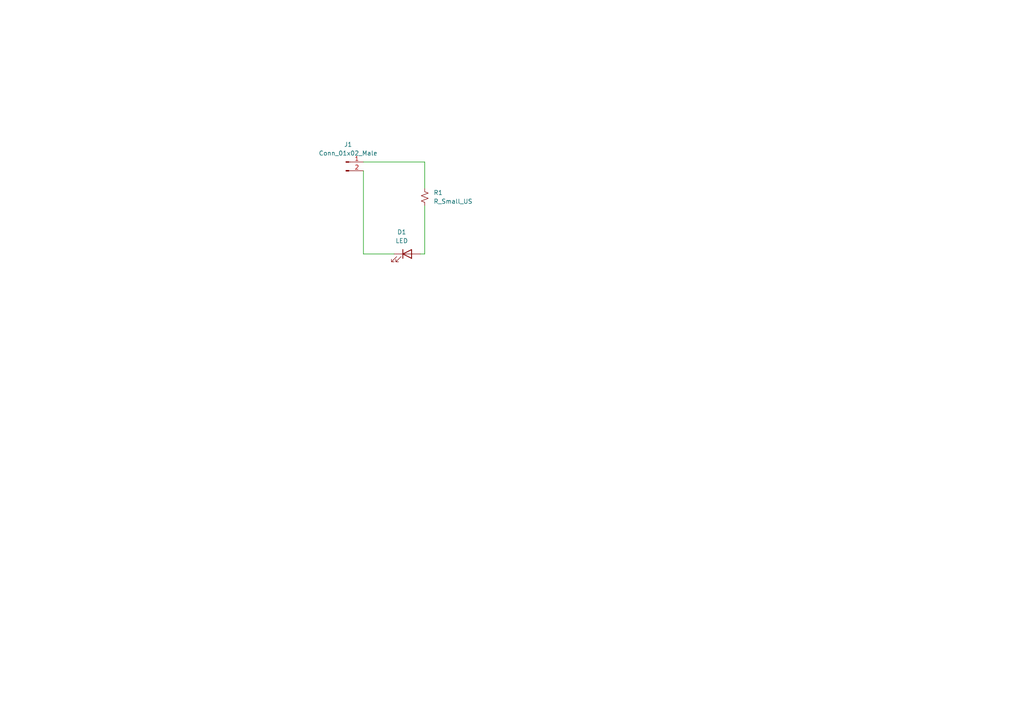
<source format=kicad_sch>
(kicad_sch (version 20211123) (generator eeschema)
  (paper "A4")
  (lib_symbols
    (symbol "Connector:Conn_01x02_Male" (pin_names (offset 1.016) hide)
      (property "Reference" "J" (at 0 2.54 0))
      (property "Value" "Conn_01x02_Male" (at 0 -5.08 0))
      (symbol "Conn_01x02_Male_1_1"
        (polyline (pts (xy 1.27 -2.54) (xy 0.8636 -2.54)) (stroke (width 0.1524)))
        (polyline (pts (xy 1.27 0) (xy 0.8636 0)) (stroke (width 0.1524)))
        (rectangle (start 0.8636 -2.413) (end 0 -2.667) (stroke (width 0.1524)) (fill (type outline)))
        (rectangle (start 0.8636 0.127) (end 0 -0.127) (stroke (width 0.1524)) (fill (type outline)))
        (pin passive line (at 5.08 0 180) (length 3.81) (name "Pin_1") (number "1"))
        (pin passive line (at 5.08 -2.54 180) (length 3.81) (name "Pin_2") (number "2"))
      )
    )
    (symbol "Device:LED" (pin_numbers hide) (pin_names (offset 1.016) hide)
      (property "Reference" "D" (at 0 2.54 0))
      (property "Value" "LED" (at 0 -2.54 0))
      (symbol "LED_0_1"
        (polyline (pts (xy -1.27 -1.27) (xy -1.27 1.27)) (stroke (width 0.254)))
        (polyline (pts (xy -1.27 0) (xy 1.27 0)))
        (polyline (pts (xy 1.27 -1.27) (xy 1.27 1.27) (xy -1.27 0) (xy 1.27 -1.27)) (stroke (width 0.254)))
        (polyline (pts (xy -3.048 -0.762) (xy -4.572 -2.286) (xy -3.81 -2.286) (xy -4.572 -2.286) (xy -4.572 -1.524)))
        (polyline (pts (xy -1.778 -0.762) (xy -3.302 -2.286) (xy -2.54 -2.286) (xy -3.302 -2.286) (xy -3.302 -1.524)))
      )
      (symbol "LED_1_1"
        (pin passive line (at -3.81 0 0) (length 2.54) (name "K") (number "1"))
        (pin passive line (at 3.81 0 180) (length 2.54) (name "A") (number "2"))
      )
    )
    (symbol "Device:R_Small_US" (pin_numbers hide) (pin_names (offset 0.254) hide)
      (property "Reference" "R" (at 0.762 0.508 0))
      (property "Value" "R_Small_US" (at 0.762 -1.016 0))
      (symbol "R_Small_US_1_1"
        (polyline (pts (xy 0 0) (xy 1.016 -0.381) (xy 0 -0.762) (xy -1.016 -1.143) (xy 0 -1.524)))
        (polyline (pts (xy 0 1.524) (xy 1.016 1.143) (xy 0 0.762) (xy -1.016 0.381) (xy 0 0)))
        (pin passive line (at 0 2.54 270) (length 1.016) (name "~") (number "1"))
        (pin passive line (at 0 -2.54 90) (length 1.016) (name "~") (number "2"))
      )
    )
  )
  (wire (pts (xy 105.41 73.66) (xy 105.41 49.53)))
  (wire (pts (xy 123.19 73.66) (xy 121.92 73.66)))
  (wire (pts (xy 123.19 59.69) (xy 123.19 73.66)))
  (wire (pts (xy 114.3 73.66) (xy 105.41 73.66)))
  (wire (pts (xy 123.19 46.99) (xy 123.19 54.61)))
  (wire (pts (xy 105.41 46.99) (xy 123.19 46.99)))
  (symbol (lib_id "Device:R_Small_US") (at 123.19 57.15 0) (unit 1)
    (property "Reference" "R1" (at 125.73 55.8799 0) (effects (justify left)))
    (property "Value" "R_Small_US" (at 125.73 58.4199 0) (effects (justify left)))
    (property "Footprint" "Resistor_SMD:R_0805_2012Metric" (effects hide))
  )
  (symbol (lib_id "Device:LED") (at 118.11 73.66 0) (unit 1)
    (property "Reference" "D1" (at 116.5225 67.31 0))
    (property "Value" "LED" (at 116.5225 69.85 0))
    (property "Footprint" "LED_SMD:LED_0805_2012Metric" (effects hide))
  )
  (symbol (lib_id "Connector:Conn_01x02_Male") (at 100.33 46.99 0) (unit 1)
    (property "Reference" "J1" (at 100.965 41.91 0))
    (property "Value" "Conn_01x02_Male" (at 100.965 44.45 0))
    (property "Footprint" "Connector_PinHeader_1.00mm:PinHeader_1x02_P1.00mm_Vertical" (effects hide))
  )
)
</source>
